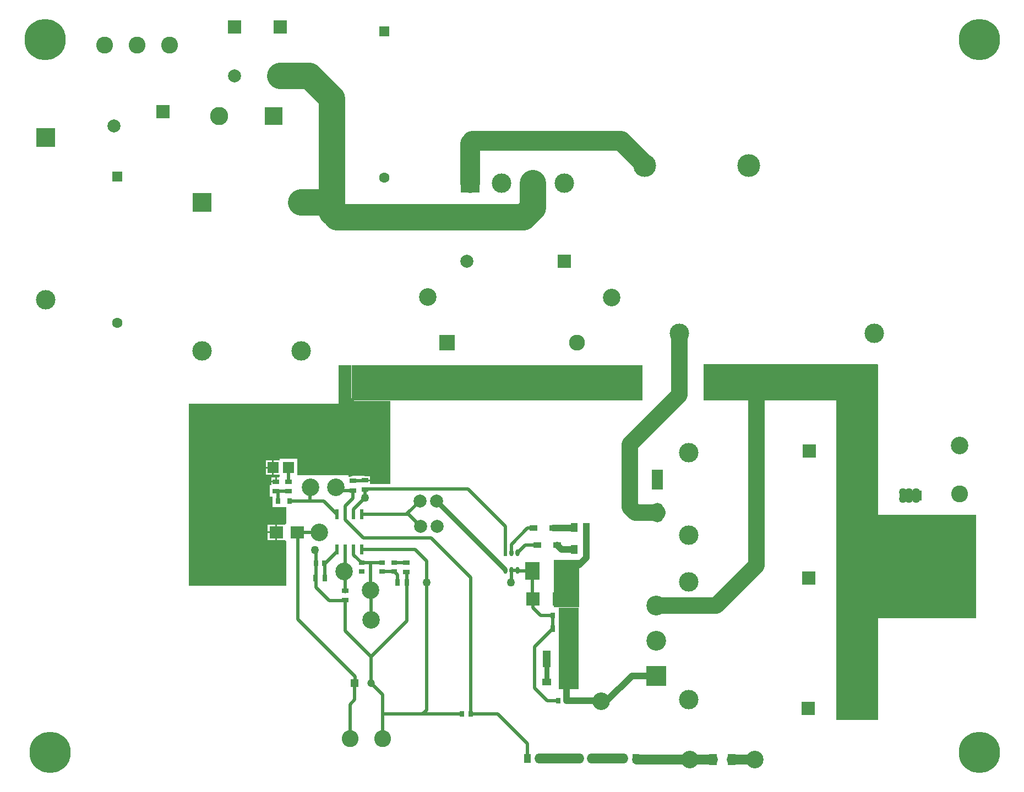
<source format=gbl>
G04 Layer_Physical_Order=2*
G04 Layer_Color=16711680*
%FSLAX24Y24*%
%MOIN*%
G70*
G01*
G75*
%ADD11R,0.0394X0.0551*%
%ADD12R,0.1378X0.0630*%
%ADD13C,0.0200*%
%ADD14C,0.0600*%
%ADD15C,0.0400*%
%ADD16C,0.1000*%
%ADD17C,0.1600*%
%ADD19C,0.1200*%
%ADD49C,0.0787*%
%ADD50C,0.1063*%
%ADD51C,0.1181*%
%ADD52R,0.0787X0.0787*%
%ADD53C,0.1102*%
%ADD54R,0.1102X0.1102*%
%ADD55C,0.1197*%
%ADD56R,0.1197X0.1197*%
%ADD57C,0.1378*%
%ADD58R,0.1181X0.1181*%
%ADD59R,0.0697X0.1200*%
%ADD60O,0.0697X0.1200*%
%ADD61C,0.1024*%
%ADD62R,0.0472X0.0472*%
%ADD63C,0.0472*%
%ADD64R,0.0787X0.0787*%
%ADD65R,0.0630X0.0630*%
%ADD66C,0.0630*%
%ADD67R,0.1181X0.1181*%
%ADD68C,0.0965*%
%ADD69R,0.0965X0.0965*%
%ADD70C,0.2500*%
%ADD71C,0.0500*%
%ADD72R,0.0295X0.0394*%
%ADD73R,0.0846X0.0728*%
%ADD74R,0.0394X0.0295*%
%ADD75R,0.0276X0.0335*%
%ADD76R,0.0650X0.0650*%
%ADD77R,0.0374X0.0315*%
%ADD78R,0.0236X0.0610*%
%ADD79R,0.0850X0.1080*%
%ADD80O,0.0236X0.0413*%
%ADD81R,0.0236X0.0413*%
%ADD82R,0.0453X0.0689*%
%ADD83R,0.0315X0.0374*%
%ADD84R,0.0492X0.1043*%
%ADD85R,0.0532X0.0433*%
%ADD86R,0.0472X0.0335*%
%ADD87C,0.0300*%
%ADD88R,0.1531X0.2909*%
%ADD89R,0.1219X0.4954*%
%ADD90R,1.7635X0.2165*%
%ADD91R,1.0575X0.2221*%
%ADD92R,0.2575X2.1580*%
%ADD93R,0.6069X0.6269*%
G36*
X50780Y55118D02*
X50796Y55040D01*
X50840Y54974D01*
X50906Y54930D01*
X50984Y54914D01*
X53150D01*
X53150Y49871D01*
X52009D01*
Y49882D01*
X51909D01*
Y50055D01*
X51613D01*
Y50155D01*
X51909D01*
Y50353D01*
X51616D01*
X51564Y50359D01*
X50864D01*
X50786Y50349D01*
X50713Y50319D01*
X50694Y50304D01*
X50591D01*
Y50394D01*
X49978D01*
X49975Y50395D01*
X49831Y50409D01*
X49688Y50395D01*
X49684Y50394D01*
X48455D01*
X48451Y50395D01*
X48308Y50409D01*
X48164Y50395D01*
X48161Y50394D01*
X48032D01*
X47499D01*
Y51392D01*
X46449D01*
Y51292D01*
X46079D01*
Y50867D01*
Y50442D01*
X46449D01*
Y50342D01*
X46396Y50264D01*
X46269D01*
Y50017D01*
X46219D01*
Y49967D01*
X45922D01*
Y49794D01*
X45822D01*
Y49098D01*
X46015D01*
Y48468D01*
X46823D01*
Y47486D01*
X46755Y47415D01*
X46723Y47415D01*
X46281D01*
Y46951D01*
Y46486D01*
X46723D01*
X46755Y46486D01*
X46823Y46415D01*
Y43701D01*
X40945D01*
Y54724D01*
X46500Y54724D01*
X46500Y54724D01*
X50000D01*
Y55906D01*
X50000Y57087D01*
X50780D01*
Y55118D01*
D02*
G37*
%LPC*%
G36*
X45979Y51292D02*
X45604D01*
Y50917D01*
X45979D01*
Y51292D01*
D02*
G37*
G36*
Y50817D02*
X45604D01*
Y50442D01*
X45979D01*
Y50817D01*
D02*
G37*
G36*
X46169Y50264D02*
X45922D01*
Y50067D01*
X46169D01*
Y50264D01*
D02*
G37*
G36*
X46181Y47415D02*
X45708D01*
Y47001D01*
X46181D01*
Y47415D01*
D02*
G37*
G36*
Y46901D02*
X45708D01*
Y46486D01*
X46181D01*
Y46901D01*
D02*
G37*
%LPD*%
D11*
X65008Y47250D02*
D03*
X64260D02*
D03*
X65008Y45920D02*
D03*
X64260D02*
D03*
X67992Y33248D02*
D03*
X67244D02*
D03*
X65335D02*
D03*
X64587D02*
D03*
X62185D02*
D03*
X61437D02*
D03*
D12*
X84624Y49181D02*
D03*
Y47646D02*
D03*
D13*
X51968Y39412D02*
X54139Y41583D01*
Y43892D01*
X49111Y48838D02*
X49902Y48046D01*
X48274Y48838D02*
X49111D01*
X48274D02*
Y49640D01*
X50019Y49486D02*
X50864D01*
Y50057D02*
X51564D01*
X50417Y48060D02*
Y48553D01*
X50864Y49001D01*
Y49486D01*
X50902Y48334D02*
X51613Y49044D01*
X50902Y48046D02*
Y48334D01*
X51613Y49044D02*
Y49534D01*
X51647Y49568D01*
X50906Y48023D02*
X50906Y48046D01*
X50906Y47999D02*
X50906Y48046D01*
X57837Y49568D02*
X60095Y47311D01*
X51647Y49568D02*
X57837D01*
X46976Y50021D02*
Y50726D01*
X46223Y49451D02*
X46976D01*
X46353Y48835D02*
Y49312D01*
X47024Y48838D02*
X48274D01*
X50407Y47698D02*
X51506Y46599D01*
X55268D01*
X55273Y46605D02*
X55601D01*
X55268Y46599D02*
X55273Y46605D01*
X55601D02*
X57993Y44213D01*
X50407Y47698D02*
Y48002D01*
X51968Y37795D02*
Y39412D01*
X47549Y46928D02*
X48822D01*
X54150Y48061D02*
X54944Y48856D01*
X54150Y48046D02*
Y48061D01*
X54227Y48046D02*
X54980Y47293D01*
X51402Y48046D02*
X54150D01*
X60095Y45707D02*
Y47311D01*
X47549Y41658D02*
Y46928D01*
Y41658D02*
X50992Y38216D01*
X57993Y35929D02*
Y44213D01*
X54641Y45900D02*
X55332Y45210D01*
Y43892D02*
Y45210D01*
X55082Y35929D02*
X57481D01*
X52682D02*
X55082D01*
X55332Y36179D01*
Y43892D01*
X60469Y43919D02*
Y44644D01*
X51390Y45092D02*
X51937D01*
Y43432D02*
Y45092D01*
X51402Y45900D02*
X54641D01*
X51988Y41652D02*
Y43381D01*
X51937Y45092D02*
X52652D01*
X50912Y45570D02*
X51390Y45092D01*
X54139Y43892D02*
Y44485D01*
X53363Y44580D02*
X53569Y44375D01*
Y43892D02*
Y44375D01*
X52652Y44580D02*
X53363D01*
Y45092D02*
X54083D01*
X49220Y45077D02*
X49912Y45769D01*
X49160Y45077D02*
X49220D01*
X52657Y34449D02*
Y37106D01*
X51968Y37795D02*
X52657Y37106D01*
X59652Y35929D02*
X61437Y34145D01*
Y33248D02*
Y34145D01*
X57993Y35929D02*
X59652D01*
X60843Y45707D02*
X61320Y46184D01*
X62052D01*
X62241Y41918D02*
X62969D01*
X61781Y42378D02*
X62241Y41918D01*
X61781Y42378D02*
Y42908D01*
X61872Y37520D02*
Y40008D01*
Y37520D02*
X62654Y36739D01*
X63298D01*
X61872Y40008D02*
X62975Y41111D01*
X62986Y41122D02*
Y41901D01*
X60469Y44644D02*
X60843D01*
X60889Y44597D02*
X61737D01*
X60843Y44644D02*
X60889Y44597D01*
X61737Y42952D02*
Y44597D01*
X60469Y46214D02*
X61450Y47195D01*
X60469Y45707D02*
Y46214D01*
X61450Y47195D02*
X61820D01*
X50992Y37803D02*
Y38216D01*
X50689Y34449D02*
Y36505D01*
X50984Y36801D01*
Y37795D01*
X50912Y45570D02*
Y45769D01*
X49160Y44187D02*
Y45077D01*
X49155D02*
X49160D01*
X49912Y47915D02*
Y47949D01*
X48643Y45077D02*
Y45792D01*
X50402Y43329D02*
Y45900D01*
X48636Y43607D02*
Y45093D01*
Y43607D02*
X49428Y42816D01*
X50395Y40986D02*
X51968Y39412D01*
X50395Y40986D02*
Y42816D01*
X49428D02*
X50395D01*
D14*
X62185Y33248D02*
X64587D01*
X65329Y33232D02*
X67239D01*
X68071Y33169D02*
X71260D01*
X72667D01*
X73789D02*
X75197D01*
D15*
X63810Y36739D02*
X66252D01*
X63810D02*
Y37815D01*
X64447Y44987D02*
X64580D01*
X65008Y45415D01*
Y45920D01*
X63252Y46184D02*
X63516Y45920D01*
X64260D01*
X65008D02*
Y47250D01*
X67759Y38245D02*
X69223D01*
X66252Y36739D02*
X67759Y38245D01*
X63646Y39341D02*
X63712Y39276D01*
Y37914D02*
Y39276D01*
X63021Y47195D02*
X64260D01*
X63712Y37914D02*
X63741Y37884D01*
D16*
X70642Y55288D02*
Y58993D01*
X67622Y52268D02*
X70642Y55288D01*
X67622Y48471D02*
Y52268D01*
X75313Y44947D02*
Y56531D01*
X72887Y42521D02*
X75313Y44947D01*
X67622Y48471D02*
X67963Y48130D01*
X69300D01*
X69223Y42521D02*
X72887D01*
D17*
X48228Y74606D02*
X49606Y73228D01*
X46457Y74606D02*
X48228D01*
X61220Y66043D02*
X61776Y66598D01*
Y68110D01*
X49902Y66043D02*
X61220D01*
X47732Y66929D02*
X49016D01*
X49606Y66339D02*
Y73228D01*
D19*
X57972Y68110D02*
Y70522D01*
X58119Y70669D02*
X67101D01*
X68571Y69199D01*
D49*
X55944Y48856D02*
D03*
X54944D02*
D03*
X55980Y47293D02*
D03*
X54980D02*
D03*
X36417Y71575D02*
D03*
X81473Y36287D02*
D03*
X81520Y44162D02*
D03*
X81544Y51872D02*
D03*
X46457Y74606D02*
D03*
X43701D02*
D03*
X57756Y63386D02*
D03*
D50*
X49831Y49674D02*
D03*
X87609Y52204D02*
D03*
X48308Y49674D02*
D03*
X71260Y33169D02*
D03*
X75197D02*
D03*
X65901Y36709D02*
D03*
X50351Y44582D02*
D03*
X51937Y43432D02*
D03*
X51988Y41652D02*
D03*
X66534Y61161D02*
D03*
X55412Y61211D02*
D03*
X87609Y44075D02*
D03*
X48840Y46946D02*
D03*
D51*
X70642Y58993D02*
D03*
X82453D02*
D03*
X41732Y57929D02*
D03*
X47732D02*
D03*
Y66929D02*
D03*
X71221Y51777D02*
D03*
Y46777D02*
D03*
Y43942D02*
D03*
Y36816D02*
D03*
X32283Y61024D02*
D03*
X63677Y68110D02*
D03*
X59874D02*
D03*
X61776D02*
D03*
D52*
X39370Y72441D02*
D03*
X78422Y36287D02*
D03*
X78469Y44162D02*
D03*
X78492Y51872D02*
D03*
X63661Y63386D02*
D03*
D53*
X42783Y72157D02*
D03*
D54*
X46063D02*
D03*
D55*
X69223Y42521D02*
D03*
Y40383D02*
D03*
D56*
Y38245D02*
D03*
D57*
X74832Y69162D02*
D03*
X68533D02*
D03*
D58*
X41732Y66929D02*
D03*
X32283Y70866D02*
D03*
D59*
X69300Y50130D02*
D03*
D60*
Y48130D02*
D03*
D61*
X87589Y49285D02*
D03*
Y47316D02*
D03*
X52657Y34449D02*
D03*
X50689D02*
D03*
X39764Y76487D02*
D03*
X37795D02*
D03*
X35827D02*
D03*
D62*
X50984Y37795D02*
D03*
D63*
X51968D02*
D03*
D64*
X61781Y42908D02*
D03*
X63356D02*
D03*
X46457Y77559D02*
D03*
X43701D02*
D03*
D65*
X36614Y68504D02*
D03*
X52756Y77309D02*
D03*
D66*
X36614Y59646D02*
D03*
X52756Y68451D02*
D03*
D67*
X57972Y68110D02*
D03*
D68*
X64449Y58425D02*
D03*
D69*
X56575D02*
D03*
D70*
X88800Y76822D02*
D03*
X32232Y76822D02*
D03*
X88800Y33600D02*
D03*
X32531D02*
D03*
D71*
X51613Y49044D02*
D03*
X60442Y43892D02*
D03*
X55332D02*
D03*
X73310Y56379D02*
D03*
Y56753D02*
D03*
X72890Y56379D02*
D03*
X72509D02*
D03*
X72890Y56774D02*
D03*
X72514Y56778D02*
D03*
X67283Y56685D02*
D03*
X84174Y49385D02*
D03*
X84550Y49380D02*
D03*
X84170Y48986D02*
D03*
X84550D02*
D03*
X84970Y49360D02*
D03*
Y48986D02*
D03*
X67659Y56680D02*
D03*
X67278Y56285D02*
D03*
X67659D02*
D03*
X68079Y56660D02*
D03*
Y56285D02*
D03*
X48578Y45857D02*
D03*
X46206Y45882D02*
D03*
D72*
X49165Y44187D02*
D03*
X48594D02*
D03*
X53569Y43892D02*
D03*
X54139D02*
D03*
X63546Y41111D02*
D03*
X62975D02*
D03*
D73*
X46231Y46951D02*
D03*
X47491D02*
D03*
D74*
X50864Y49486D02*
D03*
Y50057D02*
D03*
X46219Y49446D02*
D03*
Y50017D02*
D03*
X46976Y50021D02*
D03*
Y49451D02*
D03*
X54093Y45102D02*
D03*
Y44531D02*
D03*
X50391Y43397D02*
D03*
Y42826D02*
D03*
X51613Y50105D02*
D03*
Y49534D02*
D03*
D75*
X46353Y48835D02*
D03*
X47022D02*
D03*
D76*
X46974Y50867D02*
D03*
X46029D02*
D03*
D77*
X53363Y45092D02*
D03*
Y44580D02*
D03*
X52652Y45092D02*
D03*
Y44580D02*
D03*
X51390Y45092D02*
D03*
Y44580D02*
D03*
D78*
X49902Y48046D02*
D03*
X50402D02*
D03*
X50902D02*
D03*
X51402D02*
D03*
X49902Y45900D02*
D03*
X50402D02*
D03*
X50902D02*
D03*
X51402D02*
D03*
D79*
X61737Y44597D02*
D03*
X63477D02*
D03*
D80*
X60843Y44644D02*
D03*
X60469D02*
D03*
X60095D02*
D03*
X60843Y45707D02*
D03*
X60469D02*
D03*
D81*
X60095D02*
D03*
D82*
X72667Y33169D02*
D03*
X73789D02*
D03*
D83*
X63298Y36739D02*
D03*
X63810D02*
D03*
X62986Y41901D02*
D03*
X63498D02*
D03*
X57481Y35929D02*
D03*
X57993D02*
D03*
X48643Y45077D02*
D03*
X49155D02*
D03*
D84*
X62609Y39276D02*
D03*
X63712D02*
D03*
D85*
X63741Y37884D02*
D03*
X62619D02*
D03*
D86*
X61820Y47195D02*
D03*
X63021D02*
D03*
X63252Y46184D02*
D03*
X62052D02*
D03*
D87*
X55928Y48844D02*
X60078Y44694D01*
X62619Y37884D02*
Y39266D01*
D88*
X63800Y43830D02*
D03*
D89*
X63955Y39899D02*
D03*
D90*
X59605Y56004D02*
D03*
D91*
X77381Y56032D02*
D03*
D92*
X81406Y46347D02*
D03*
D93*
X85566Y44872D02*
D03*
M02*

</source>
